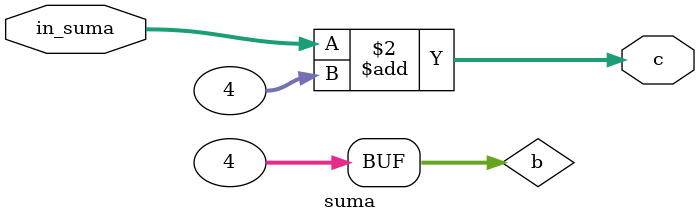
<source format=v>
`timescale 1ns/1ps

module suma(
    input [31:0] in_suma,
    output reg[31:0] c
);
reg indata;
wire [31:0] b;
assign b = 32'd4;
//  Cable 'b' con un valor de 4 para sumar
always@(*)begin
    c = in_suma + b;
end

initial
begin
	c = 32'd0;
end
/*  Siempre que haya un cambio en el modulo
la salida 'c' mandara la suma de la entrada
a y el cable 'b' con un valor de 4, al inicio
la salida valdra 0 al comienzo por que tenemos
una instruccion correspondiente a las celdas 0 a 3.
*/
endmodule
</source>
